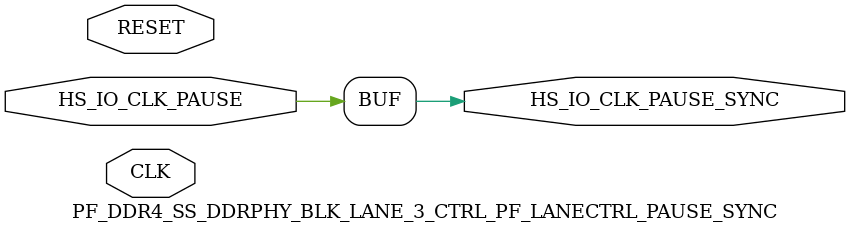
<source format=v>


module PF_DDR4_SS_DDRPHY_BLK_LANE_3_CTRL_PF_LANECTRL_PAUSE_SYNC( CLK, RESET, HS_IO_CLK_PAUSE, HS_IO_CLK_PAUSE_SYNC );
	
	input CLK, RESET, HS_IO_CLK_PAUSE;
	output HS_IO_CLK_PAUSE_SYNC;

	parameter ENABLE_PAUSE_EXTENSION = 2'b00;

	reg pause_reg_0, pause_reg_1, pause;
	wire pause_sync_0_i;

	generate 
		if( ENABLE_PAUSE_EXTENSION == 3'b000 ) begin : feed
			assign HS_IO_CLK_PAUSE_SYNC = HS_IO_CLK_PAUSE;
		end else if( ENABLE_PAUSE_EXTENSION == 3'b001 ) begin : pipe
			(* HS_IO_CLK_PAUSE_SYNC = 1, syn_keep = 1 *) SLE pause_sync_0(
				.CLK( CLK ),
				.D( HS_IO_CLK_PAUSE ),
				.Q( pause_sync_0_i ),
				.LAT( 1'b0 ),
				.EN( 1'b1 ),
				.ALn( ~RESET ),
				.ADn( 1'b1 ),
				.SLn( 1'b1 ),
				.SD( 1'b0 )
				);

			(* HS_IO_CLK_PAUSE_SYNC = 1, syn_keep = 1 *) SLE pause_sync (
				.CLK( CLK ),
				.D( pause_sync_0_i ),
				.Q( HS_IO_CLK_PAUSE_SYNC ),
				.LAT( 1'b0 ),
				.EN( 1'b1 ),
				.ALn( ~RESET ),
				.ADn( 1'b1 ),
				.SLn( 1'b1 ),
				.SD( 1'b0 )
				);
		end else if ( ENABLE_PAUSE_EXTENSION == 3'b010 ) begin : ext_pipe
			always @(posedge CLK or posedge RESET) begin : ext
				if( RESET == 1'b1 ) begin
					pause_reg_0 <= 1'b0;
					pause_reg_1 <= 1'b0;
					pause <= 1'b0;
				end else begin
					pause_reg_0 <= HS_IO_CLK_PAUSE;
					pause_reg_1 <= pause_reg_0;
					if( HS_IO_CLK_PAUSE == 1'b0 && pause_reg_0 ==1'b1 && pause_reg_1 == 1'b0 )
						pause <= 1'b1; // Extend by 1 cycle if the pulse is less than a cycle
					else
						pause <= HS_IO_CLK_PAUSE;
				end
			end

			(* HS_IO_CLK_PAUSE_SYNC = 1, syn_keep = 1 *) SLE pause_sync (
				.CLK( CLK ),
				.D( pause ),
				.Q( HS_IO_CLK_PAUSE_SYNC ),
				.LAT( 1'b0 ),
				.EN( 1'b1 ),
				.ALn( ~RESET ),
				.ADn( 1'b1 ),
				.SLn( 1'b1 ),
				.SD( 1'b0 )
				);
		end else if ( ENABLE_PAUSE_EXTENSION == 3'b011 ) begin : pipe_fall 
			(* HS_IO_CLK_PAUSE_SYNC = 1, syn_keep = 1 *) SLE pause_sync_0 (
				.CLK( CLK ),
				.D( HS_IO_CLK_PAUSE ),
				.Q( pause_sync_0_i ),
				.LAT( 1'b0 ),
				.EN( 1'b1 ),
				.ALn( ~RESET ),
				.ADn( 1'b1 ),
				.SLn( 1'b1 ),
				.SD( 1'b0 )
				);

			(* HS_IO_CLK_PAUSE_SYNC = 1, syn_keep = 1 *) SLE pause_sync (
				.CLK( ~CLK ),
				.D( pause_sync_0_i ),
				.Q( HS_IO_CLK_PAUSE_SYNC ),
				.LAT( 1'b0 ),
				.EN( 1'b1 ),
				.ALn( ~RESET ),
				.ADn( 1'b1 ),
				.SLn( 1'b1 ),
				.SD( 1'b0 )
				);
		end else if ( ENABLE_PAUSE_EXTENSION == 3'b100 ) begin : ext_pipe_fall 
			always @(posedge CLK or posedge RESET) begin : ext
				if( RESET == 1'b1 ) begin
					pause_reg_0 <= 1'b0;
					pause_reg_1 <= 1'b0;
					pause <= 1'b0;
				end else begin
					pause_reg_0 <= HS_IO_CLK_PAUSE;
					pause_reg_1 <= pause_reg_0;
					if( HS_IO_CLK_PAUSE == 1'b0 && pause_reg_0 ==1'b1 && pause_reg_1 == 1'b0 )
						pause <= 1'b1; // Extend by 1 cycle if the pulse is less than a cycle
					else
						pause <= HS_IO_CLK_PAUSE;
				end
			end

			(* HS_IO_CLK_PAUSE_SYNC = 1, syn_keep = 1 *) SLE pause_sync (
				.CLK( ~CLK ),
				.D( pause ),
				.Q( HS_IO_CLK_PAUSE_SYNC ),
				.LAT( 1'b0 ),
				.EN( 1'b1 ),
				.ALn( ~RESET ),
				.ADn( 1'b1 ),
				.SLn( 1'b1 ),
				.SD( 1'b0 )
				);
		end
	endgenerate

endmodule
</source>
